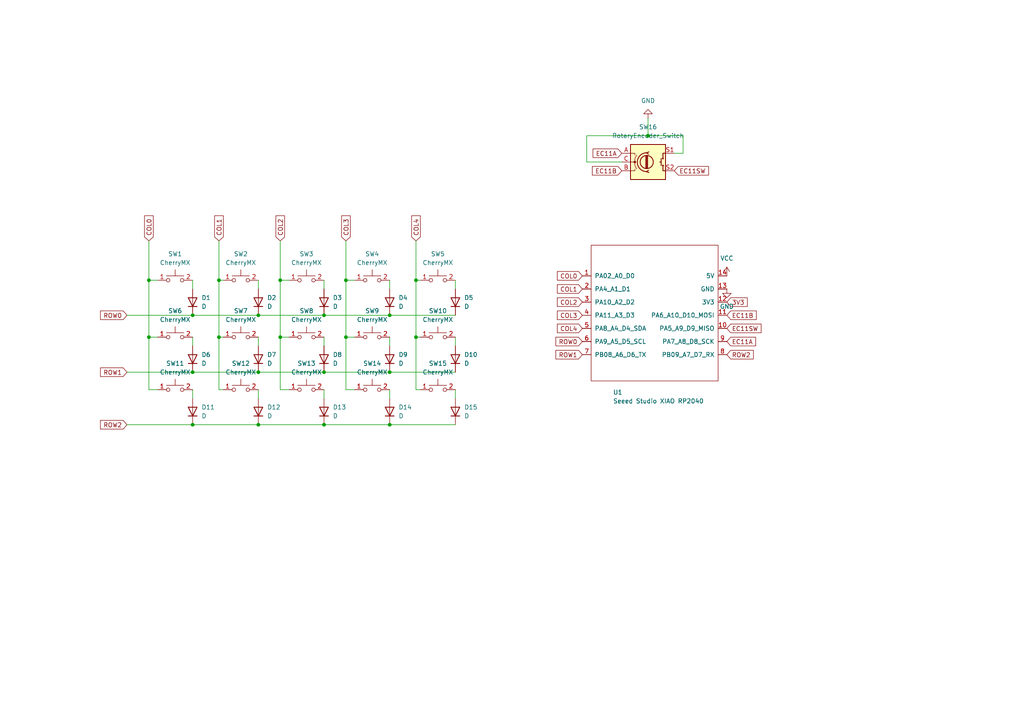
<source format=kicad_sch>
(kicad_sch (version 20231120) (generator "eeschema") (generator_version "8.0")
  (paper "A4")
  (title_block (title "PonderPad") (date "2024-09-15"))
  (lib_symbols
    (symbol "CherryMX:CherryMX" (pin_names (offset 0.254))
      (property "Reference" "SW" (at 2.54 3.175 0))
      (property "Value" "CherryMX" (at 0 -1.905 0))
      (symbol "CherryMX_1_1"
        (circle (center -2.032 0) (radius 0.508))
        (polyline (pts (xy 0 1.27) (xy 0 3.048)))
        (polyline (pts (xy 2.54 1.27) (xy -2.54 1.27)))
        (circle (center 2.032 0) (radius 0.508))
        (pin passive line (at -5.08 0 0) (length 2.54) (name "~") (number "1"))
        (pin passive line (at 5.08 0 180) (length 2.54) (name "~") (number "2"))
      )
    )
    (symbol "Device:D" (pin_numbers hide) (pin_names (offset 1.016) hide)
      (property "Reference" "D" (at 0 2.54 0))
      (property "Value" "D" (at 0 -2.54 0))
      (symbol "D_0_1"
        (polyline (pts (xy -1.27 1.27) (xy -1.27 -1.27)) (stroke (width 0.254)))
        (polyline (pts (xy 1.27 0) (xy -1.27 0)))
        (polyline (pts (xy 1.27 1.27) (xy 1.27 -1.27) (xy -1.27 0) (xy 1.27 1.27)) (stroke (width 0.254)))
      )
      (symbol "D_1_1"
        (pin passive line (at -3.81 0 0) (length 2.54) (name "K") (number "1"))
        (pin passive line (at 3.81 0 180) (length 2.54) (name "A") (number "2"))
      )
    )
    (symbol "Device:RotaryEncoder_Switch" (pin_names (offset 0.254) hide)
      (property "Reference" "SW" (at 0 6.604 0))
      (property "Value" "RotaryEncoder_Switch" (at 0 -6.604 0))
      (symbol "RotaryEncoder_Switch_0_1"
        (rectangle (start -5.08 5.08) (end 5.08 -5.08) (stroke (width 0.254)) (fill (type background)))
        (circle (center -3.81 0) (radius 0.254) (fill (type outline)))
        (circle (center -0.381 0) (radius 1.905) (stroke (width 0.254)))
        (arc (start -0.381 2.667) (mid -3.0988 -0.0635) (end -0.381 -2.794) (stroke (width 0.254)))
        (polyline (pts (xy -0.635 -1.778) (xy -0.635 1.778)) (stroke (width 0.254)))
        (polyline (pts (xy -0.381 -1.778) (xy -0.381 1.778)) (stroke (width 0.254)))
        (polyline (pts (xy -0.127 1.778) (xy -0.127 -1.778)) (stroke (width 0.254)))
        (polyline (pts (xy 3.81 0) (xy 3.429 0)) (stroke (width 0.254)))
        (polyline (pts (xy 3.81 1.016) (xy 3.81 -1.016)) (stroke (width 0.254)))
        (polyline (pts (xy -5.08 -2.54) (xy -3.81 -2.54) (xy -3.81 -2.032)))
        (polyline (pts (xy -5.08 2.54) (xy -3.81 2.54) (xy -3.81 2.032)))
        (polyline (pts (xy 0.254 -3.048) (xy -0.508 -2.794) (xy 0.127 -2.413)) (stroke (width 0.254)))
        (polyline (pts (xy 0.254 2.921) (xy -0.508 2.667) (xy 0.127 2.286)) (stroke (width 0.254)))
        (polyline (pts (xy 5.08 -2.54) (xy 4.318 -2.54) (xy 4.318 -1.016)) (stroke (width 0.254)))
        (polyline (pts (xy 5.08 2.54) (xy 4.318 2.54) (xy 4.318 1.016)) (stroke (width 0.254)))
        (polyline (pts (xy -5.08 0) (xy -3.81 0) (xy -3.81 -1.016) (xy -3.302 -2.032)))
        (polyline (pts (xy -4.318 0) (xy -3.81 0) (xy -3.81 1.016) (xy -3.302 2.032)))
        (circle (center 4.318 -1.016) (radius 0.127) (stroke (width 0.254)))
        (circle (center 4.318 1.016) (radius 0.127) (stroke (width 0.254)))
      )
      (symbol "RotaryEncoder_Switch_1_1"
        (pin passive line (at -7.62 2.54 0) (length 2.54) (name "A") (number "A"))
        (pin passive line (at -7.62 -2.54 0) (length 2.54) (name "B") (number "B"))
        (pin passive line (at -7.62 0 0) (length 2.54) (name "C") (number "C"))
        (pin passive line (at 7.62 2.54 180) (length 2.54) (name "S1") (number "S1"))
        (pin passive line (at 7.62 -2.54 180) (length 2.54) (name "S2") (number "S2"))
      )
    )
    (symbol "Seeed_Studio_XIAO_Series:Seeed Studio XIAO SAMD21" (pin_names (offset 1.016))
      (property "Reference" "U1" (at -12.7 -22.352 0))
      (property "Value" "Seeed Studio XIAO RP2040" (at -12.7 -24.892 0))
      (symbol "Seeed Studio XIAO SAMD21_0_1"
        (rectangle (start -19.05 20.32) (end 17.78 -19.05))
      )
      (symbol "Seeed Studio XIAO SAMD21_1_1"
        (pin unspecified line (at -21.59 11.43 0) (length 2.54) (name "PA02_A0_D0") (number "1"))
        (pin unspecified line (at 20.32 -3.81 180) (length 2.54) (name "PA5_A9_D9_MISO") (number "10"))
        (pin unspecified line (at 20.32 0 180) (length 2.54) (name "PA6_A10_D10_MOSI") (number "11"))
        (pin unspecified line (at 20.32 3.81 180) (length 2.54) (name "3V3") (number "12"))
        (pin unspecified line (at 20.32 7.62 180) (length 2.54) (name "GND") (number "13"))
        (pin unspecified line (at 20.32 11.43 180) (length 2.54) (name "5V") (number "14"))
        (pin unspecified line (at -21.59 7.62 0) (length 2.54) (name "PA4_A1_D1") (number "2"))
        (pin unspecified line (at -21.59 3.81 0) (length 2.54) (name "PA10_A2_D2") (number "3"))
        (pin unspecified line (at -21.59 0 0) (length 2.54) (name "PA11_A3_D3") (number "4"))
        (pin unspecified line (at -21.59 -3.81 0) (length 2.54) (name "PA8_A4_D4_SDA") (number "5"))
        (pin unspecified line (at -21.59 -7.62 0) (length 2.54) (name "PA9_A5_D5_SCL") (number "6"))
        (pin unspecified line (at -21.59 -11.43 0) (length 2.54) (name "PB08_A6_D6_TX") (number "7"))
        (pin unspecified line (at 20.32 -11.43 180) (length 2.54) (name "PB09_A7_D7_RX") (number "8"))
        (pin unspecified line (at 20.32 -7.62 180) (length 2.54) (name "PA7_A8_D8_SCK") (number "9"))
      )
    )
    (symbol "power:GND" (power) (pin_numbers hide) (pin_names (offset 0) hide)
      (property "Value" "GND" (at 0 -3.81 0))
      (symbol "GND_0_1"
        (polyline (pts (xy 0 0) (xy 0 -1.27) (xy 1.27 -1.27) (xy 0 -2.54) (xy -1.27 -1.27) (xy 0 -1.27)))
      )
      (symbol "GND_1_1"
        (pin power_in line (at 0 0 270) (length 0) (name "~") (number "1"))
      )
    )
    (symbol "power:VCC" (power) (pin_numbers hide) (pin_names (offset 0) hide)
      (property "Value" "VCC" (at 0 3.556 0))
      (symbol "VCC_0_1"
        (polyline (pts (xy -0.762 1.27) (xy 0 2.54)))
        (polyline (pts (xy 0 0) (xy 0 2.54)))
        (polyline (pts (xy 0 2.54) (xy 0.762 1.27)))
      )
      (symbol "VCC_1_1"
        (pin power_in line (at 0 0 90) (length 0) (name "~") (number "1"))
      )
    )
  )
  (junction (at 81.28 97.79))
  (junction (at 93.98 91.44))
  (junction (at 93.98 107.95))
  (junction (at 113.03 91.44))
  (junction (at 120.65 81.28))
  (junction (at 55.88 107.95))
  (junction (at 187.96 39.37))
  (junction (at 81.28 81.28))
  (junction (at 55.88 91.44))
  (junction (at 120.65 97.79))
  (junction (at 113.03 123.19))
  (junction (at 43.18 97.79))
  (junction (at 63.5 81.28))
  (junction (at 100.33 97.79))
  (junction (at 74.93 91.44))
  (junction (at 63.5 97.79))
  (junction (at 100.33 81.28))
  (junction (at 74.93 123.19))
  (junction (at 113.03 107.95))
  (junction (at 74.93 107.95))
  (junction (at 43.18 81.28))
  (junction (at 93.98 123.19))
  (junction (at 55.88 123.19))
  (wire (pts (xy 36.83 91.44) (xy 55.88 91.44)))
  (wire (pts (xy 43.18 81.28) (xy 45.72 81.28)))
  (wire (pts (xy 100.33 113.03) (xy 102.87 113.03)))
  (wire (pts (xy 36.83 107.95) (xy 55.88 107.95)))
  (wire (pts (xy 170.18 46.99) (xy 170.18 39.37)))
  (wire (pts (xy 63.5 69.85) (xy 63.5 81.28)))
  (wire (pts (xy 74.93 107.95) (xy 93.98 107.95)))
  (wire (pts (xy 113.03 91.44) (xy 132.08 91.44)))
  (wire (pts (xy 100.33 97.79) (xy 102.87 97.79)))
  (wire (pts (xy 81.28 113.03) (xy 83.82 113.03)))
  (wire (pts (xy 81.28 97.79) (xy 83.82 97.79)))
  (wire (pts (xy 43.18 97.79) (xy 43.18 113.03)))
  (wire (pts (xy 43.18 81.28) (xy 43.18 97.79)))
  (wire (pts (xy 55.88 107.95) (xy 74.93 107.95)))
  (wire (pts (xy 120.65 113.03) (xy 121.92 113.03)))
  (wire (pts (xy 198.12 39.37) (xy 198.12 44.45)))
  (wire (pts (xy 113.03 97.79) (xy 113.03 100.33)))
  (wire (pts (xy 63.5 81.28) (xy 64.77 81.28)))
  (wire (pts (xy 113.03 107.95) (xy 132.08 107.95)))
  (wire (pts (xy 74.93 91.44) (xy 93.98 91.44)))
  (wire (pts (xy 63.5 81.28) (xy 63.5 97.79)))
  (wire (pts (xy 74.93 97.79) (xy 74.93 100.33)))
  (wire (pts (xy 93.98 81.28) (xy 93.98 83.82)))
  (wire (pts (xy 81.28 69.85) (xy 81.28 81.28)))
  (wire (pts (xy 100.33 81.28) (xy 102.87 81.28)))
  (wire (pts (xy 100.33 69.85) (xy 100.33 81.28)))
  (wire (pts (xy 132.08 81.28) (xy 132.08 83.82)))
  (wire (pts (xy 93.98 97.79) (xy 93.98 100.33)))
  (wire (pts (xy 187.96 34.29) (xy 187.96 39.37)))
  (wire (pts (xy 81.28 81.28) (xy 81.28 97.79)))
  (wire (pts (xy 55.88 113.03) (xy 55.88 115.57)))
  (wire (pts (xy 43.18 113.03) (xy 45.72 113.03)))
  (wire (pts (xy 132.08 97.79) (xy 132.08 100.33)))
  (wire (pts (xy 113.03 113.03) (xy 113.03 115.57)))
  (wire (pts (xy 113.03 123.19) (xy 132.08 123.19)))
  (wire (pts (xy 63.5 113.03) (xy 64.77 113.03)))
  (wire (pts (xy 63.5 97.79) (xy 63.5 113.03)))
  (wire (pts (xy 198.12 44.45) (xy 195.58 44.45)))
  (wire (pts (xy 81.28 97.79) (xy 81.28 113.03)))
  (wire (pts (xy 81.28 81.28) (xy 83.82 81.28)))
  (wire (pts (xy 55.88 91.44) (xy 74.93 91.44)))
  (wire (pts (xy 55.88 97.79) (xy 55.88 100.33)))
  (wire (pts (xy 43.18 69.85) (xy 43.18 81.28)))
  (wire (pts (xy 55.88 81.28) (xy 55.88 83.82)))
  (wire (pts (xy 100.33 97.79) (xy 100.33 113.03)))
  (wire (pts (xy 36.83 123.19) (xy 55.88 123.19)))
  (wire (pts (xy 93.98 113.03) (xy 93.98 115.57)))
  (wire (pts (xy 120.65 97.79) (xy 120.65 113.03)))
  (wire (pts (xy 120.65 81.28) (xy 120.65 97.79)))
  (wire (pts (xy 132.08 113.03) (xy 132.08 115.57)))
  (wire (pts (xy 170.18 39.37) (xy 187.96 39.37)))
  (wire (pts (xy 120.65 81.28) (xy 121.92 81.28)))
  (wire (pts (xy 180.34 46.99) (xy 170.18 46.99)))
  (wire (pts (xy 93.98 107.95) (xy 113.03 107.95)))
  (wire (pts (xy 74.93 113.03) (xy 74.93 115.57)))
  (wire (pts (xy 120.65 69.85) (xy 120.65 81.28)))
  (wire (pts (xy 63.5 97.79) (xy 64.77 97.79)))
  (wire (pts (xy 113.03 81.28) (xy 113.03 83.82)))
  (wire (pts (xy 100.33 81.28) (xy 100.33 97.79)))
  (wire (pts (xy 93.98 91.44) (xy 113.03 91.44)))
  (wire (pts (xy 55.88 123.19) (xy 74.93 123.19)))
  (wire (pts (xy 43.18 97.79) (xy 45.72 97.79)))
  (wire (pts (xy 93.98 123.19) (xy 113.03 123.19)))
  (wire (pts (xy 120.65 97.79) (xy 121.92 97.79)))
  (wire (pts (xy 74.93 81.28) (xy 74.93 83.82)))
  (wire (pts (xy 187.96 39.37) (xy 198.12 39.37)))
  (wire (pts (xy 74.93 123.19) (xy 93.98 123.19)))
  (global_label "COL0" (shape input) (at 43.18 69.85 90) (property "Intersheetrefs" "${INTERSHEET_REFS}" (effects (hide yes))))
  (global_label "ROW0" (shape input) (at 36.83 91.44 180) (property "Intersheetrefs" "${INTERSHEET_REFS}" (effects (hide yes))))
  (global_label "COL1" (shape input) (at 63.5 69.85 90) (property "Intersheetrefs" "${INTERSHEET_REFS}" (effects (hide yes))))
  (global_label "COL4" (shape input) (at 120.65 69.85 90) (property "Intersheetrefs" "${INTERSHEET_REFS}" (effects (hide yes))))
  (global_label "COL3" (shape input) (at 100.33 69.85 90) (property "Intersheetrefs" "${INTERSHEET_REFS}" (effects (hide yes))))
  (global_label "COL4" (shape input) (at 168.91 95.25 180) (property "Intersheetrefs" "${INTERSHEET_REFS}" (effects (hide yes))))
  (global_label "EC11SW" (shape input) (at 195.58 49.53 0) (property "Intersheetrefs" "${INTERSHEET_REFS}" (effects (hide yes))))
  (global_label "3V3" (shape input) (at 210.82 87.63 0) (property "Intersheetrefs" "${INTERSHEET_REFS}" (effects (hide yes))))
  (global_label "COL2" (shape input) (at 168.91 87.63 180) (property "Intersheetrefs" "${INTERSHEET_REFS}" (effects (hide yes))))
  (global_label "ROW1" (shape input) (at 168.91 102.87 180) (property "Intersheetrefs" "${INTERSHEET_REFS}" (effects (hide yes))))
  (global_label "COL0" (shape input) (at 168.91 80.01 180) (property "Intersheetrefs" "${INTERSHEET_REFS}" (effects (hide yes))))
  (global_label "COL2" (shape input) (at 81.28 69.85 90) (property "Intersheetrefs" "${INTERSHEET_REFS}" (effects (hide yes))))
  (global_label "EC11A" (shape input) (at 180.34 44.45 180) (property "Intersheetrefs" "${INTERSHEET_REFS}" (effects (hide yes))))
  (global_label "ROW1" (shape input) (at 36.83 107.95 180) (property "Intersheetrefs" "${INTERSHEET_REFS}" (effects (hide yes))))
  (global_label "EC11B" (shape input) (at 180.34 49.53 180) (property "Intersheetrefs" "${INTERSHEET_REFS}" (effects (hide yes))))
  (global_label "EC11B" (shape input) (at 210.82 91.44 0) (property "Intersheetrefs" "${INTERSHEET_REFS}" (effects (hide yes))))
  (global_label "COL3" (shape input) (at 168.91 91.44 180) (property "Intersheetrefs" "${INTERSHEET_REFS}" (effects (hide yes))))
  (global_label "COL1" (shape input) (at 168.91 83.82 180) (property "Intersheetrefs" "${INTERSHEET_REFS}" (effects (hide yes))))
  (global_label "ROW0" (shape input) (at 168.91 99.06 180) (property "Intersheetrefs" "${INTERSHEET_REFS}" (effects (hide yes))))
  (global_label "EC11SW" (shape input) (at 210.82 95.25 0) (property "Intersheetrefs" "${INTERSHEET_REFS}" (effects (hide yes))))
  (global_label "EC11A" (shape input) (at 210.82 99.06 0) (property "Intersheetrefs" "${INTERSHEET_REFS}" (effects (hide yes))))
  (global_label "ROW2" (shape input) (at 36.83 123.19 180) (property "Intersheetrefs" "${INTERSHEET_REFS}" (effects (hide yes))))
  (global_label "ROW2" (shape input) (at 210.82 102.87 0) (property "Intersheetrefs" "${INTERSHEET_REFS}" (effects (hide yes))))
  (symbol (lib_id "Device:RotaryEncoder_Switch") (at 187.96 46.99 0) (unit 1)
    (property "Reference" "SW16" (at 187.96 36.83 0))
    (property "Value" "RotaryEncoder_Switch" (at 187.96 39.37 0))
    (property "Footprint" "Rotary_Encoder:RotaryEncoder_Alps_EC11E-Switch_Vertical_H20mm" (effects (hide yes)))
    (property "Description" "Rotary encoder, dual channel, incremental quadrate outputs, with switch" (effects (hide yes)))
  )
  (symbol (lib_id "CherryMX:CherryMX") (at 88.9 97.79 0) (unit 1)
    (property "Reference" "SW8" (at 88.9 90.17 0))
    (property "Value" "CherryMX" (at 88.9 92.71 0))
    (property "Footprint" "Switch_Keyboard_Cherry_MX:SW_Cherry_MX_PCB_1.00u" (effects (hide yes)))
  )
  (symbol (lib_id "CherryMX:CherryMX") (at 69.85 97.79 0) (unit 1)
    (property "Reference" "SW7" (at 69.85 90.17 0))
    (property "Value" "CherryMX" (at 69.85 92.71 0))
    (property "Footprint" "Switch_Keyboard_Cherry_MX:SW_Cherry_MX_PCB_1.00u" (effects (hide yes)))
  )
  (symbol (lib_id "CherryMX:CherryMX") (at 127 81.28 0) (unit 1)
    (property "Reference" "SW5" (at 127 73.66 0))
    (property "Value" "CherryMX" (at 127 76.2 0))
    (property "Footprint" "Switch_Keyboard_Cherry_MX:SW_Cherry_MX_PCB_1.00u" (effects (hide yes)))
  )
  (symbol (lib_id "Device:D") (at 132.08 104.14 90) (unit 1)
    (property "Reference" "D10" (at 134.62 102.8699 90) (effects (justify right)))
    (property "Value" "D" (at 134.62 105.4099 90) (effects (justify right)))
    (property "Footprint" "Diode_SMD:D_0805_2012Metric_Pad1.15x1.40mm_HandSolder" (effects (hide yes)))
    (property "Description" "Diode" (effects (hide yes)))
    (property "Sim.Device" "D" (effects (hide yes)))
    (property "Sim.Pins" "1=K 2=A" (effects (hide yes)))
  )
  (symbol (lib_id "power:VCC") (at 210.82 80.01 0) (unit 1)
    (property "Reference" "#PWR02" (effects (hide yes)))
    (property "Value" "VCC" (at 210.82 74.93 0))
    (property "Description" "Power symbol creates a global label with name \"VCC\"" (effects (hide yes)))
  )
  (symbol (lib_id "Device:D") (at 55.88 119.38 90) (unit 1)
    (property "Reference" "D11" (at 58.42 118.1099 90) (effects (justify right)))
    (property "Value" "D" (at 58.42 120.6499 90) (effects (justify right)))
    (property "Footprint" "Diode_SMD:D_0805_2012Metric_Pad1.15x1.40mm_HandSolder" (effects (hide yes)))
    (property "Description" "Diode" (effects (hide yes)))
    (property "Sim.Device" "D" (effects (hide yes)))
    (property "Sim.Pins" "1=K 2=A" (effects (hide yes)))
  )
  (symbol (lib_id "Device:D") (at 74.93 104.14 90) (unit 1)
    (property "Reference" "D7" (at 77.47 102.8699 90) (effects (justify right)))
    (property "Value" "D" (at 77.47 105.4099 90) (effects (justify right)))
    (property "Footprint" "Diode_SMD:D_0805_2012Metric_Pad1.15x1.40mm_HandSolder" (effects (hide yes)))
    (property "Description" "Diode" (effects (hide yes)))
    (property "Sim.Device" "D" (effects (hide yes)))
    (property "Sim.Pins" "1=K 2=A" (effects (hide yes)))
  )
  (symbol (lib_id "CherryMX:CherryMX") (at 107.95 81.28 0) (unit 1)
    (property "Reference" "SW4" (at 107.95 73.66 0))
    (property "Value" "CherryMX" (at 107.95 76.2 0))
    (property "Footprint" "Switch_Keyboard_Cherry_MX:SW_Cherry_MX_PCB_1.00u" (effects (hide yes)))
  )
  (symbol (lib_id "power:GND") (at 187.96 34.29 180) (unit 1)
    (property "Reference" "#PWR01" (effects (hide yes)))
    (property "Value" "GND" (at 187.96 29.21 0))
    (property "Description" "Power symbol creates a global label with name \"GND\" , ground" (effects (hide yes)))
  )
  (symbol (lib_id "Device:D") (at 132.08 87.63 90) (unit 1)
    (property "Reference" "D5" (at 134.62 86.3599 90) (effects (justify right)))
    (property "Value" "D" (at 134.62 88.8999 90) (effects (justify right)))
    (property "Footprint" "Diode_SMD:D_0805_2012Metric_Pad1.15x1.40mm_HandSolder" (effects (hide yes)))
    (property "Description" "Diode" (effects (hide yes)))
    (property "Sim.Device" "D" (effects (hide yes)))
    (property "Sim.Pins" "1=K 2=A" (effects (hide yes)))
  )
  (symbol (lib_id "Device:D") (at 132.08 119.38 90) (unit 1)
    (property "Reference" "D15" (at 134.62 118.1099 90) (effects (justify right)))
    (property "Value" "D" (at 134.62 120.6499 90) (effects (justify right)))
    (property "Footprint" "Diode_SMD:D_0805_2012Metric_Pad1.15x1.40mm_HandSolder" (effects (hide yes)))
    (property "Description" "Diode" (effects (hide yes)))
    (property "Sim.Device" "D" (effects (hide yes)))
    (property "Sim.Pins" "1=K 2=A" (effects (hide yes)))
  )
  (symbol (lib_id "Seeed_Studio_XIAO_Series:Seeed Studio XIAO SAMD21") (at 190.5 91.44 0) (unit 1)
    (property "Reference" "U1" (at 177.8 113.792 0) (effects (justify left)))
    (property "Value" "Seeed Studio XIAO RP2040" (at 177.8 116.332 0) (effects (justify left)))
    (property "Footprint" "Seeed Studio XIAO Series Library:XIAO-Generic-Thruhole-14P-2.54-21X17.8MM" (effects (hide yes)))
  )
  (symbol (lib_id "Device:D") (at 113.03 87.63 90) (unit 1)
    (property "Reference" "D4" (at 115.57 86.3599 90) (effects (justify right)))
    (property "Value" "D" (at 115.57 88.8999 90) (effects (justify right)))
    (property "Footprint" "Diode_SMD:D_0805_2012Metric_Pad1.15x1.40mm_HandSolder" (effects (hide yes)))
    (property "Description" "Diode" (effects (hide yes)))
    (property "Sim.Device" "D" (effects (hide yes)))
    (property "Sim.Pins" "1=K 2=A" (effects (hide yes)))
  )
  (symbol (lib_id "Device:D") (at 93.98 119.38 90) (unit 1)
    (property "Reference" "D13" (at 96.52 118.1099 90) (effects (justify right)))
    (property "Value" "D" (at 96.52 120.6499 90) (effects (justify right)))
    (property "Footprint" "Diode_SMD:D_0805_2012Metric_Pad1.15x1.40mm_HandSolder" (effects (hide yes)))
    (property "Description" "Diode" (effects (hide yes)))
    (property "Sim.Device" "D" (effects (hide yes)))
    (property "Sim.Pins" "1=K 2=A" (effects (hide yes)))
  )
  (symbol (lib_id "power:GND") (at 210.82 83.82 0) (unit 1)
    (property "Reference" "#PWR03" (effects (hide yes)))
    (property "Value" "GND" (at 210.82 88.9 0))
    (property "Description" "Power symbol creates a global label with name \"GND\" , ground" (effects (hide yes)))
  )
  (symbol (lib_id "CherryMX:CherryMX") (at 88.9 113.03 0) (unit 1)
    (property "Reference" "SW13" (at 88.9 105.41 0))
    (property "Value" "CherryMX" (at 88.9 107.95 0))
    (property "Footprint" "Switch_Keyboard_Cherry_MX:SW_Cherry_MX_PCB_1.00u" (effects (hide yes)))
  )
  (symbol (lib_id "Device:D") (at 93.98 104.14 90) (unit 1)
    (property "Reference" "D8" (at 96.52 102.8699 90) (effects (justify right)))
    (property "Value" "D" (at 96.52 105.4099 90) (effects (justify right)))
    (property "Footprint" "Diode_SMD:D_0805_2012Metric_Pad1.15x1.40mm_HandSolder" (effects (hide yes)))
    (property "Description" "Diode" (effects (hide yes)))
    (property "Sim.Device" "D" (effects (hide yes)))
    (property "Sim.Pins" "1=K 2=A" (effects (hide yes)))
  )
  (symbol (lib_id "Device:D") (at 55.88 87.63 90) (unit 1)
    (property "Reference" "D1" (at 58.42 86.3599 90) (effects (justify right)))
    (property "Value" "D" (at 58.42 88.8999 90) (effects (justify right)))
    (property "Footprint" "Diode_SMD:D_0805_2012Metric_Pad1.15x1.40mm_HandSolder" (effects (hide yes)))
    (property "Description" "Diode" (effects (hide yes)))
    (property "Sim.Device" "D" (effects (hide yes)))
    (property "Sim.Pins" "1=K 2=A" (effects (hide yes)))
  )
  (symbol (lib_id "Device:D") (at 93.98 87.63 90) (unit 1)
    (property "Reference" "D3" (at 96.52 86.3599 90) (effects (justify right)))
    (property "Value" "D" (at 96.52 88.8999 90) (effects (justify right)))
    (property "Footprint" "Diode_SMD:D_0805_2012Metric_Pad1.15x1.40mm_HandSolder" (effects (hide yes)))
    (property "Description" "Diode" (effects (hide yes)))
    (property "Sim.Device" "D" (effects (hide yes)))
    (property "Sim.Pins" "1=K 2=A" (effects (hide yes)))
  )
  (symbol (lib_id "Device:D") (at 74.93 119.38 90) (unit 1)
    (property "Reference" "D12" (at 77.47 118.1099 90) (effects (justify right)))
    (property "Value" "D" (at 77.47 120.6499 90) (effects (justify right)))
    (property "Footprint" "Diode_SMD:D_0805_2012Metric_Pad1.15x1.40mm_HandSolder" (effects (hide yes)))
    (property "Description" "Diode" (effects (hide yes)))
    (property "Sim.Device" "D" (effects (hide yes)))
    (property "Sim.Pins" "1=K 2=A" (effects (hide yes)))
  )
  (symbol (lib_id "CherryMX:CherryMX") (at 69.85 113.03 0) (unit 1)
    (property "Reference" "SW12" (at 69.85 105.41 0))
    (property "Value" "CherryMX" (at 69.85 107.95 0))
    (property "Footprint" "Switch_Keyboard_Cherry_MX:SW_Cherry_MX_PCB_1.00u" (effects (hide yes)))
  )
  (symbol (lib_id "Device:D") (at 113.03 119.38 90) (unit 1)
    (property "Reference" "D14" (at 115.57 118.1099 90) (effects (justify right)))
    (property "Value" "D" (at 115.57 120.6499 90) (effects (justify right)))
    (property "Footprint" "Diode_SMD:D_0805_2012Metric_Pad1.15x1.40mm_HandSolder" (effects (hide yes)))
    (property "Description" "Diode" (effects (hide yes)))
    (property "Sim.Device" "D" (effects (hide yes)))
    (property "Sim.Pins" "1=K 2=A" (effects (hide yes)))
  )
  (symbol (lib_id "CherryMX:CherryMX") (at 69.85 81.28 0) (unit 1)
    (property "Reference" "SW2" (at 69.85 73.66 0))
    (property "Value" "CherryMX" (at 69.85 76.2 0))
    (property "Footprint" "Switch_Keyboard_Cherry_MX:SW_Cherry_MX_PCB_1.00u" (effects (hide yes)))
  )
  (symbol (lib_id "CherryMX:CherryMX") (at 50.8 81.28 0) (unit 1)
    (property "Reference" "SW1" (at 50.8 73.66 0))
    (property "Value" "CherryMX" (at 50.8 76.2 0))
    (property "Footprint" "Switch_Keyboard_Cherry_MX:SW_Cherry_MX_PCB_1.00u" (effects (hide yes)))
  )
  (symbol (lib_id "Device:D") (at 113.03 104.14 90) (unit 1)
    (property "Reference" "D9" (at 115.57 102.8699 90) (effects (justify right)))
    (property "Value" "D" (at 115.57 105.4099 90) (effects (justify right)))
    (property "Footprint" "Diode_SMD:D_0805_2012Metric_Pad1.15x1.40mm_HandSolder" (effects (hide yes)))
    (property "Description" "Diode" (effects (hide yes)))
    (property "Sim.Device" "D" (effects (hide yes)))
    (property "Sim.Pins" "1=K 2=A" (effects (hide yes)))
  )
  (symbol (lib_id "CherryMX:CherryMX") (at 107.95 97.79 0) (unit 1)
    (property "Reference" "SW9" (at 107.95 90.17 0))
    (property "Value" "CherryMX" (at 107.95 92.71 0))
    (property "Footprint" "Switch_Keyboard_Cherry_MX:SW_Cherry_MX_PCB_1.00u" (effects (hide yes)))
  )
  (symbol (lib_id "Device:D") (at 55.88 104.14 90) (unit 1)
    (property "Reference" "D6" (at 58.42 102.8699 90) (effects (justify right)))
    (property "Value" "D" (at 58.42 105.4099 90) (effects (justify right)))
    (property "Footprint" "Diode_SMD:D_0805_2012Metric_Pad1.15x1.40mm_HandSolder" (effects (hide yes)))
    (property "Description" "Diode" (effects (hide yes)))
    (property "Sim.Device" "D" (effects (hide yes)))
    (property "Sim.Pins" "1=K 2=A" (effects (hide yes)))
  )
  (symbol (lib_id "CherryMX:CherryMX") (at 50.8 113.03 0) (unit 1)
    (property "Reference" "SW11" (at 50.8 105.41 0))
    (property "Value" "CherryMX" (at 50.8 107.95 0))
    (property "Footprint" "Switch_Keyboard_Cherry_MX:SW_Cherry_MX_PCB_1.00u" (effects (hide yes)))
  )
  (symbol (lib_id "CherryMX:CherryMX") (at 107.95 113.03 0) (unit 1)
    (property "Reference" "SW14" (at 107.95 105.41 0))
    (property "Value" "CherryMX" (at 107.95 107.95 0))
    (property "Footprint" "Switch_Keyboard_Cherry_MX:SW_Cherry_MX_PCB_1.00u" (effects (hide yes)))
  )
  (symbol (lib_id "CherryMX:CherryMX") (at 50.8 97.79 0) (unit 1)
    (property "Reference" "SW6" (at 50.8 90.17 0))
    (property "Value" "CherryMX" (at 50.8 92.71 0))
    (property "Footprint" "Switch_Keyboard_Cherry_MX:SW_Cherry_MX_PCB_1.00u" (effects (hide yes)))
  )
  (symbol (lib_id "Device:D") (at 74.93 87.63 90) (unit 1)
    (property "Reference" "D2" (at 77.47 86.3599 90) (effects (justify right)))
    (property "Value" "D" (at 77.47 88.8999 90) (effects (justify right)))
    (property "Footprint" "Diode_SMD:D_0805_2012Metric_Pad1.15x1.40mm_HandSolder" (effects (hide yes)))
    (property "Description" "Diode" (effects (hide yes)))
    (property "Sim.Device" "D" (effects (hide yes)))
    (property "Sim.Pins" "1=K 2=A" (effects (hide yes)))
  )
  (symbol (lib_id "CherryMX:CherryMX") (at 88.9 81.28 0) (unit 1)
    (property "Reference" "SW3" (at 88.9 73.66 0))
    (property "Value" "CherryMX" (at 88.9 76.2 0))
    (property "Footprint" "Switch_Keyboard_Cherry_MX:SW_Cherry_MX_PCB_1.00u" (effects (hide yes)))
  )
  (symbol (lib_id "CherryMX:CherryMX") (at 127 97.79 0) (unit 1)
    (property "Reference" "SW10" (at 127 90.17 0))
    (property "Value" "CherryMX" (at 127 92.71 0))
    (property "Footprint" "Switch_Keyboard_Cherry_MX:SW_Cherry_MX_PCB_1.00u" (effects (hide yes)))
  )
  (symbol (lib_id "CherryMX:CherryMX") (at 127 113.03 0) (unit 1)
    (property "Reference" "SW15" (at 127 105.41 0))
    (property "Value" "CherryMX" (at 127 107.95 0))
    (property "Footprint" "Switch_Keyboard_Cherry_MX:SW_Cherry_MX_PCB_1.00u" (effects (hide yes)))
  )
)
</source>
